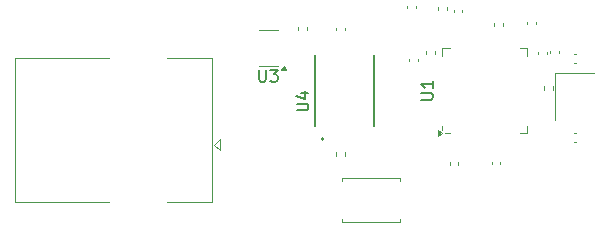
<source format=gbr>
%TF.GenerationSoftware,KiCad,Pcbnew,9.0.1*%
%TF.CreationDate,2025-07-21T18:30:37+01:00*%
%TF.ProjectId,rp2040-literal-bare-minimum,72703230-3430-42d6-9c69-746572616c2d,rev?*%
%TF.SameCoordinates,PX3922770PY49f2aa0*%
%TF.FileFunction,Legend,Top*%
%TF.FilePolarity,Positive*%
%FSLAX46Y46*%
G04 Gerber Fmt 4.6, Leading zero omitted, Abs format (unit mm)*
G04 Created by KiCad (PCBNEW 9.0.1) date 2025-07-21 18:30:37*
%MOMM*%
%LPD*%
G01*
G04 APERTURE LIST*
%ADD10C,0.150000*%
%ADD11C,0.120000*%
%ADD12C,0.127000*%
%ADD13C,0.200000*%
G04 APERTURE END LIST*
D10*
X23899819Y11438096D02*
X24709342Y11438096D01*
X24709342Y11438096D02*
X24804580Y11485715D01*
X24804580Y11485715D02*
X24852200Y11533334D01*
X24852200Y11533334D02*
X24899819Y11628572D01*
X24899819Y11628572D02*
X24899819Y11819048D01*
X24899819Y11819048D02*
X24852200Y11914286D01*
X24852200Y11914286D02*
X24804580Y11961905D01*
X24804580Y11961905D02*
X24709342Y12009524D01*
X24709342Y12009524D02*
X23899819Y12009524D01*
X24233152Y12914286D02*
X24899819Y12914286D01*
X23852200Y12676191D02*
X24566485Y12438096D01*
X24566485Y12438096D02*
X24566485Y13057143D01*
X20725595Y14875181D02*
X20725595Y14065658D01*
X20725595Y14065658D02*
X20773214Y13970420D01*
X20773214Y13970420D02*
X20820833Y13922800D01*
X20820833Y13922800D02*
X20916071Y13875181D01*
X20916071Y13875181D02*
X21106547Y13875181D01*
X21106547Y13875181D02*
X21201785Y13922800D01*
X21201785Y13922800D02*
X21249404Y13970420D01*
X21249404Y13970420D02*
X21297023Y14065658D01*
X21297023Y14065658D02*
X21297023Y14875181D01*
X21677976Y14875181D02*
X22297023Y14875181D01*
X22297023Y14875181D02*
X21963690Y14494229D01*
X21963690Y14494229D02*
X22106547Y14494229D01*
X22106547Y14494229D02*
X22201785Y14446610D01*
X22201785Y14446610D02*
X22249404Y14398991D01*
X22249404Y14398991D02*
X22297023Y14303753D01*
X22297023Y14303753D02*
X22297023Y14065658D01*
X22297023Y14065658D02*
X22249404Y13970420D01*
X22249404Y13970420D02*
X22201785Y13922800D01*
X22201785Y13922800D02*
X22106547Y13875181D01*
X22106547Y13875181D02*
X21820833Y13875181D01*
X21820833Y13875181D02*
X21725595Y13922800D01*
X21725595Y13922800D02*
X21677976Y13970420D01*
X34437319Y12350596D02*
X35246842Y12350596D01*
X35246842Y12350596D02*
X35342080Y12398215D01*
X35342080Y12398215D02*
X35389700Y12445834D01*
X35389700Y12445834D02*
X35437319Y12541072D01*
X35437319Y12541072D02*
X35437319Y12731548D01*
X35437319Y12731548D02*
X35389700Y12826786D01*
X35389700Y12826786D02*
X35342080Y12874405D01*
X35342080Y12874405D02*
X35246842Y12922024D01*
X35246842Y12922024D02*
X34437319Y12922024D01*
X35437319Y13922024D02*
X35437319Y13350596D01*
X35437319Y13636310D02*
X34437319Y13636310D01*
X34437319Y13636310D02*
X34580176Y13541072D01*
X34580176Y13541072D02*
X34675414Y13445834D01*
X34675414Y13445834D02*
X34723033Y13350596D01*
D11*
%TO.C,C11*%
X34852500Y16254664D02*
X34852500Y16470336D01*
X35572500Y16254664D02*
X35572500Y16470336D01*
%TO.C,C16*%
X45352500Y16264664D02*
X45352500Y16480336D01*
X46072500Y16264664D02*
X46072500Y16480336D01*
%TO.C,C3*%
X47354664Y9492500D02*
X47570336Y9492500D01*
X47354664Y8772500D02*
X47570336Y8772500D01*
%TO.C,C14*%
X35897500Y19979664D02*
X35897500Y20195336D01*
X36617500Y19979664D02*
X36617500Y20195336D01*
%TO.C,C9*%
X43412500Y18749664D02*
X43412500Y18965336D01*
X44132500Y18749664D02*
X44132500Y18965336D01*
D12*
%TO.C,U4*%
X25480000Y10115000D02*
X25480000Y16115000D01*
X30480000Y10115000D02*
X30480000Y16115000D01*
D13*
X26175000Y9030000D02*
G75*
G02*
X25975000Y9030000I-100000J0D01*
G01*
X25975000Y9030000D02*
G75*
G02*
X26175000Y9030000I100000J0D01*
G01*
D11*
%TO.C,C5*%
X27247500Y18234664D02*
X27247500Y18450336D01*
X27967500Y18234664D02*
X27967500Y18450336D01*
%TO.C,C10*%
X33252500Y20099664D02*
X33252500Y20315336D01*
X33972500Y20099664D02*
X33972500Y20315336D01*
%TO.C,U3*%
X21487500Y18290000D02*
X20687500Y18290000D01*
X21487500Y18290000D02*
X22287500Y18290000D01*
X21487500Y15170000D02*
X20687500Y15170000D01*
X21487500Y15170000D02*
X22287500Y15170000D01*
X23027500Y14890000D02*
X22547500Y14890000D01*
X22787500Y15220000D01*
X23027500Y14890000D01*
G36*
X23027500Y14890000D02*
G01*
X22547500Y14890000D01*
X22787500Y15220000D01*
X23027500Y14890000D01*
G37*
%TO.C,C6*%
X33417500Y15604664D02*
X33417500Y15820336D01*
X34137500Y15604664D02*
X34137500Y15820336D01*
%TO.C,C17*%
X40412500Y7085336D02*
X40412500Y6869664D01*
X41132500Y7085336D02*
X41132500Y6869664D01*
%TO.C,R3*%
X44867500Y13481141D02*
X44867500Y13173859D01*
X45627500Y13481141D02*
X45627500Y13173859D01*
%TO.C,C12*%
X40607500Y18599664D02*
X40607500Y18815336D01*
X41327500Y18599664D02*
X41327500Y18815336D01*
%TO.C,C13*%
X36847500Y7060336D02*
X36847500Y6844664D01*
X37567500Y7060336D02*
X37567500Y6844664D01*
%TO.C,R4*%
X27202500Y7901141D02*
X27202500Y7593859D01*
X27962500Y7901141D02*
X27962500Y7593859D01*
%TO.C,C15*%
X37177500Y19744664D02*
X37177500Y19960336D01*
X37897500Y19744664D02*
X37897500Y19960336D01*
%TO.C,U1*%
X36202500Y16722500D02*
X36852500Y16722500D01*
X36202500Y16072500D02*
X36202500Y16722500D01*
X36202500Y10152500D02*
X36202500Y9802500D01*
X36852500Y9502500D02*
X36442500Y9502500D01*
X43422500Y16722500D02*
X42772500Y16722500D01*
X43422500Y16072500D02*
X43422500Y16722500D01*
X43422500Y10152500D02*
X43422500Y9502500D01*
X43422500Y9502500D02*
X42772500Y9502500D01*
X36202500Y9502500D02*
X35872500Y9262500D01*
X35872500Y9742500D01*
X36202500Y9502500D01*
G36*
X36202500Y9502500D02*
G01*
X35872500Y9262500D01*
X35872500Y9742500D01*
X36202500Y9502500D01*
G37*
%TO.C,C7*%
X44332500Y16199664D02*
X44332500Y16415336D01*
X45052500Y16199664D02*
X45052500Y16415336D01*
%TO.C,Y1*%
X45787500Y14627500D02*
X45787500Y10627500D01*
X49087500Y14627500D02*
X45787500Y14627500D01*
%TO.C,SW1*%
X27762500Y5477500D02*
X27762500Y5727500D01*
X27762500Y2007500D02*
X27762500Y2257500D01*
X27762500Y2007500D02*
X32682500Y2007500D01*
X32682500Y5727500D02*
X27762500Y5727500D01*
X32682500Y5477500D02*
X32682500Y5727500D01*
X32682500Y2007500D02*
X32682500Y2257500D01*
%TO.C,C4*%
X47560336Y16197500D02*
X47344664Y16197500D01*
X47560336Y15477500D02*
X47344664Y15477500D01*
%TO.C,J1*%
X70000Y15912500D02*
X70000Y3692500D01*
X70000Y15912500D02*
X8040000Y15912500D01*
X70000Y3692500D02*
X8040000Y3692500D01*
X16690000Y15912500D02*
X12940000Y15912500D01*
X16690000Y15912500D02*
X16690000Y3692500D01*
X16690000Y3692500D02*
X12940000Y3692500D01*
X16890000Y8552500D02*
X17390000Y8052500D01*
X17390000Y9052500D02*
X16890000Y8552500D01*
X17390000Y8052500D02*
X17390000Y9052500D01*
%TO.C,C2*%
X24042500Y18470336D02*
X24042500Y18254664D01*
X24762500Y18470336D02*
X24762500Y18254664D01*
%TD*%
M02*

</source>
